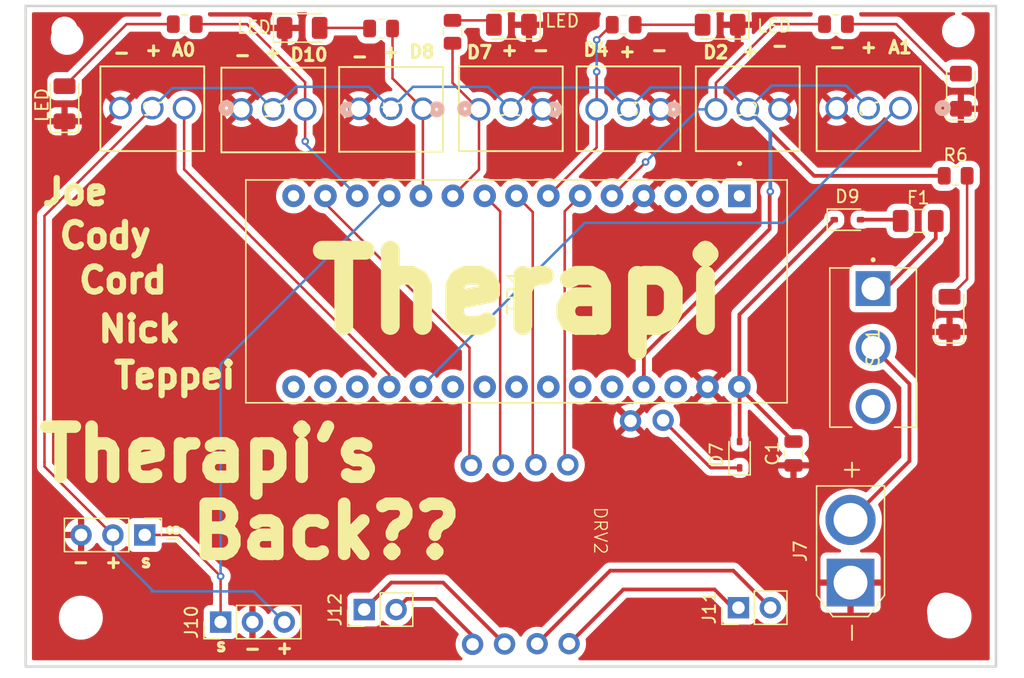
<source format=kicad_pcb>
(kicad_pcb (version 20240108) (generator "pcbnew") (generator_version "8.0")
  (layers (0 "F.Cu" signal) (31 "B.Cu" signal) (34 "B.Paste" user) (35 "F.Paste" user) (36 "B.SilkS" user "B.Silkscreen") (37 "F.SilkS" user "F.Silkscreen") (38 "B.Mask" user) (39 "F.Mask" user) (44 "Edge.Cuts" user))
  (net 0 "")
  (net 1 "+12V")
  (net 2 "GND")
  (net 3 "Net-(D1-A)")
  (net 4 "Net-(D2-A)")
  (net 5 "Net-(D3-A)")
  (net 6 "Net-(D4-A)")
  (net 7 "Net-(D5-A)")
  (net 8 "Net-(D6-A)")
  (net 9 "Net-(D7-K)")
  (net 10 "Net-(SW1A-A)")
  (net 11 "S3")
  (net 12 "+5V")
  (net 13 "S1")
  (net 14 "S2")
  (net 15 "S4")
  (net 16 "S5")
  (net 17 "+3.3V")
  (net 18 "LN1")
  (net 19 "ST")
  (net 20 "LN2")
  (net 21 "Net-(DRV2-OUTB1)")
  (net 22 "Net-(DRV2-OUTA1)")
  (net 23 "Net-(DRV2-OUTA2)")
  (net 27 "MOTOR2B")
  (net 34 "MOTOR1B")
  (net 35 "MOTOR1A")
  (net 38 "MOTOR2A")
  (net 42 "Net-(DRV2-OUTB2)")
  (net 43 "Net-(J7-Pin_2)")
  (net 44 "Net-(D9-A)")
  (footprint "Connector_PinHeader_2.54mm:PinHeader_1x02_P2.54mm_Vertical" (layer "F.Cu") (at 182.01 127.45 90)
    (property "Reference" "J12" (at 0 -2.33 90) (layer "F.SilkS"))
    (property "Value" "Motor1")
    (fp_line (start -1.33 -1.33) (end 0 -1.33) (stroke (width 0.12)) (layer "F.SilkS"))
    (fp_line (start -1.33 0) (end -1.33 -1.33) (stroke (width 0.12)) (layer "F.SilkS"))
    (fp_line (start 1.33 1.27) (end 1.33 3.87) (stroke (width 0.12)) (layer "F.SilkS"))
    (fp_line (start -1.33 1.27) (end 1.33 1.27) (stroke (width 0.12)) (layer "F.SilkS"))
    (fp_line (start -1.33 1.27) (end -1.33 3.87) (stroke (width 0.12)) (layer "F.SilkS"))
    (fp_line (start -1.33 3.87) (end 1.33 3.87) (stroke (width 0.12)) (layer "F.SilkS"))
    (pad "1" thru_hole rect (at 0 0 90) (size 1.7 1.7) (drill 1) (layers "*.Cu" "*.Mask") (net 22 "Net-(DRV2-OUTA1)"))
    (pad "2" thru_hole oval (at 0 2.54 90) (size 1.7 1.7) (drill 1) (layers "*.Cu" "*.Mask") (net 23 "Net-(DRV2-OUTA2)"))
  )
  (footprint "MountingHole:MountingHole_2.1mm" (layer "F.Cu") (at 158.1 81.2)
    (property "Reference" "H1" (hide yes))
    (property "Value" "MountingHole")
    (pad "" np_thru_hole circle (at 0 0) (size 2.1 2.1) (drill 2.1) (layers "*.Cu" "*.Mask"))
  )
  (footprint "joesfo:SWitcch" (layer "F.Cu") (at 222.6 106.55 -90)
    (property "Reference" "SW1" (at 0 0 90) (layer "F.SilkS"))
    (property "Value" "SW_DPDT_x2")
    (fp_line (start -6.35 3.4544) (end -6.35 1.7075) (stroke (width 0.127)) (layer "F.SilkS"))
    (fp_line (start 6.35 3.4544) (end -6.35 3.4544) (stroke (width 0.127)) (layer "F.SilkS"))
    (fp_line (start 6.35 3.4544) (end 6.35 1.7075) (stroke (width 0.127)) (layer "F.SilkS"))
    (fp_line (start -6.35 -1.7075) (end -6.35 -3.4544) (stroke (width 0.127)) (layer "F.SilkS"))
    (fp_line (start -6.35 -3.4544) (end 6.35 -3.4544) (stroke (width 0.127)) (layer "F.SilkS"))
    (fp_line (start 6.35 -3.4544) (end 6.35 -1.7075) (stroke (width 0.127)) (layer "F.SilkS"))
    (fp_circle (center -7 0) (end -6.9 0) (stroke (width 0.2)) (fill none) (layer "F.SilkS"))
    (pad "1" thru_hole rect (at -4.7 0 270) (size 2.775 2.775) (drill 1.85) (layers "*.Cu" "*.Mask") (net 10 "Net-(SW1A-A)"))
    (pad "2" thru_hole circle (at 0 0 270) (size 2.775 2.775) (drill 1.85) (layers "*.Cu" "*.Mask") (net 43 "Net-(J7-Pin_2)"))
    (pad "3" thru_hole circle (at 4.7 0 270) (size 2.775 2.775) (drill 1.85) (layers "*.Cu" "*.Mask"))
  )
  (footprint "Connector_AMASS:AMASS_XT30U-F_1x02_P5.0mm_Vertical" (layer "F.Cu") (at 220.8 125.3 90)
    (property "Reference" "J7" (at 2.5 -4 90) (layer "F.SilkS"))
    (property "Value" "xt30" (hide yes))
    (fp_line (start 7.71 -2.71) (end 7.71 2.71) (stroke (width 0.12)) (layer "F.SilkS"))
    (fp_line (start -1.01 -2.71) (end 7.71 -2.71) (stroke (width 0.12)) (layer "F.SilkS"))
    (fp_line (start -2.71 -1.41) (end -1.01 -2.71) (stroke (width 0.12)) (layer "F.SilkS"))
    (fp_line (start -2.71 -1.41) (end -2.71 1.41) (stroke (width 0.12)) (layer "F.SilkS"))
    (fp_line (start -2.71 1.41) (end -1.01 2.71) (stroke (width 0.12)) (layer "F.SilkS"))
    (fp_line (start -1.01 2.71) (end 7.71 2.71) (stroke (width 0.12)) (layer "F.SilkS"))
    (fp_text user "-" (at -4 0 90) (layer "F.SilkS") (effects (font (size 1.5 1.5))))
    (fp_text user "+" (at 9 0 90) (layer "F.SilkS") (effects (font (size 1.5 1.5))))
    (pad "1" thru_hole rect (at 0 0 90) (size 3.8 3.8) (drill 2.7) (layers "*.Cu" "*.Mask") (net 2 "GND"))
    (pad "2" thru_hole circle (at 5 0 90) (size 4 4) (drill 2.7) (layers "*.Cu" "*.Mask") (net 43 "Net-(J7-Pin_2)"))
  )
  (footprint "Diode_SMD:D_SOD-323" (layer "F.Cu") (at 220.55 96.35)
    (property "Reference" "D9" (at 0 -1.85 0) (layer "F.SilkS"))
    (property "Value" "D")
    (fp_line (start -1.61 -0.85) (end -1.61 0.85) (stroke (width 0.12)) (layer "F.SilkS"))
    (fp_line (start -1.61 -0.85) (end 1.05 -0.85) (stroke (width 0.12)) (layer "F.SilkS"))
    (fp_line (start -1.61 0.85) (end 1.05 0.85) (stroke (width 0.12)) (layer "F.SilkS"))
    (pad "1" smd roundrect (at -1.05 0) (size 0.6 0.45) (layers "F.Cu" "F.Paste" "F.Mask") (net 1 "+12V"))
    (pad "2" smd roundrect (at 1.05 0) (size 0.6 0.45) (layers "F.Cu" "F.Paste" "F.Mask") (net 44 "Net-(D9-A)"))
  )
  (footprint "Resistor_SMD:R_0805_2012Metric" (layer "F.Cu") (at 219.6375 80.75)
    (property "Reference" "R1" (hide yes))
    (property "Value" "180")
    (fp_line (start -0.227064 -0.735) (end 0.227064 -0.735) (stroke (width 0.12)) (layer "F.SilkS"))
    (fp_line (start -0.227064 0.735) (end 0.227064 0.735) (stroke (width 0.12)) (layer "F.SilkS"))
    (pad "1" smd roundrect (at -0.9125 0) (size 1.025 1.4) (layers "F.Cu" "F.Paste" "F.Mask") (roundrect_rratio 0.243902) (net 13 "S1"))
    (pad "2" smd roundrect (at 0.9125 0) (size 1.025 1.4) (layers "F.Cu" "F.Paste" "F.Mask") (roundrect_rratio 0.243902) (net 3 "Net-(D1-A)"))
  )
  (footprint "Resistor_SMD:R_0805_2012Metric" (layer "F.Cu") (at 229.1875 92.85)
    (property "Reference" "R6" (at 0 -1.65 0) (layer "F.SilkS"))
    (property "Value" "180")
    (fp_line (start -0.227064 -0.735) (end 0.227064 -0.735) (stroke (width 0.12)) (layer "F.SilkS"))
    (fp_line (start -0.227064 0.735) (end 0.227064 0.735) (stroke (width 0.12)) (layer "F.SilkS"))
    (pad "1" smd roundrect (at -0.9125 0) (size 1.025 1.4) (layers "F.Cu" "F.Paste" "F.Mask") (roundrect_rratio 0.243902) (net 12 "+5V"))
    (pad "2" smd roundrect (at 0.9125 0) (size 1.025 1.4) (layers "F.Cu" "F.Paste" "F.Mask") (roundrect_rratio 0.243902) (net 8 "Net-(D6-A)"))
  )
  (footprint "Capacitor_SMD:C_0805_2012Metric" (layer "F.Cu") (at 216.25 115 90)
    (property "Reference" "C1" (at 0 -1.68 90) (layer "F.SilkS"))
    (property "Value" "C")
    (fp_line (start -0.261252 -0.735) (end 0.261252 -0.735) (stroke (width 0.12)) (layer "F.SilkS"))
    (fp_line (start -0.261252 0.735) (end 0.261252 0.735) (stroke (width 0.12)) (layer "F.SilkS"))
    (pad "1" smd roundrect (at -0.95 0 90) (size 1 1.45) (layers "F.Cu" "F.Paste" "F.Mask") (net 2 "GND"))
    (pad "2" smd roundrect (at 0.95 0 90) (size 1 1.45) (layers "F.Cu" "F.Paste" "F.Mask") (net 1 "+12V"))
  )
  (footprint "Fuse:Fuse_1206_3216Metric" (layer "F.Cu") (at 226.2 96.45 180)
    (property "Reference" "F1" (at 0 1.85 0) (layer "F.SilkS"))
    (property "Value" "Fuse" (hide yes))
    (fp_line (start -0.602064 0.91) (end 0.602064 0.91) (stroke (width 0.12)) (layer "F.SilkS"))
    (fp_line (start -0.602064 -0.91) (end 0.602064 -0.91) (stroke (width 0.12)) (layer "F.SilkS"))
    (pad "1" smd roundrect (at -1.4 0 180) (size 1.25 1.75) (layers "F.Cu" "F.Paste" "F.Mask") (roundrect_rratio 0.2) (net 10 "Net-(SW1A-A)"))
    (pad "2" smd roundrect (at 1.4 0 180) (size 1.25 1.75) (layers "F.Cu" "F.Paste" "F.Mask") (roundrect_rratio 0.2) (net 44 "Net-(D9-A)"))
  )
  (footprint "Resistor_SMD:R_0805_2012Metric" (layer "F.Cu") (at 189.05 81.3625 90)
    (property "Reference" "R3" (hide yes))
    (property "Value" "180")
    (fp_line (start -0.227064 -0.735) (end 0.227064 -0.735) (stroke (width 0.12)) (layer "F.SilkS"))
    (fp_line (start -0.227064 0.735) (end 0.227064 0.735) (stroke (width 0.12)) (layer "F.SilkS"))
    (pad "1" smd roundrect (at -0.9125 0 90) (size 1.025 1.4) (layers "F.Cu" "F.Paste" "F.Mask") (roundrect_rratio 0.243902) (net 11 "S3"))
    (pad "2" smd roundrect (at 0.9125 0 90) (size 1.025 1.4) (layers "F.Cu" "F.Paste" "F.Mask") (roundrect_rratio 0.243902) (net 5 "Net-(D3-A)"))
  )
  (footprint "joesfo:Screw" (layer "F.Cu") (at 191.16 87.55)
    (property "Reference" "J1" (at 2.54 0 0) (layer "F.SilkS"))
    (property "Value" "Screw3")
    (fp_circle (center -3.3782 0) (end -2.9972 0) (stroke (width 0.508)) (fill none) (layer "B.SilkS"))
    (fp_line (start -1.6002 -3.427001) (end -1.6002 3.329399) (stroke (width 0.1524)) (layer "F.SilkS"))
    (fp_line (start -1.6002 3.329399) (end 6.6802 3.329399) (stroke (width 0.1524)) (layer "F.SilkS"))
    (fp_line (start 6.6802 -3.427001) (end -1.6002 -3.427001) (stroke (width 0.1524)) (layer "F.SilkS"))
    (fp_line (start 6.6802 3.329399) (end 6.6802 -3.427001) (stroke (width 0.1524)) (layer "F.SilkS"))
    (fp_circle (center -3.3782 0) (end -2.9972 0) (stroke (width 0.508)) (fill none) (layer "F.SilkS"))
    (pad "1" thru_hole circle (at 0 0) (size 1.8034 1.8034) (drill 1.2954) (layers "*.Cu" "*.Mask") (net 11 "S3"))
    (pad "2" thru_hole circle (at 2.54 0) (size 1.8034 1.8034) (drill 1.2954) (layers "*.Cu" "*.Mask") (net 12 "+5V"))
    (pad "3" thru_hole circle (at 5.08 0) (size 1.8034 1.8034) (drill 1.2954) (layers "*.Cu" "*.Mask") (net 2 "GND"))
  )
  (footprint "MountingHole:MountingHole_3mm" (layer "F.Cu") (at 159.4 128.1)
    (property "Reference" "H3" (hide yes))
    (property "Value" "MountingHole")
    (pad "" np_thru_hole circle (at 0 0) (size 3 3) (drill 3) (layers "*.Cu" "*.Mask"))
  )
  (footprint "Resistor_SMD:R_0805_2012Metric" (layer "F.Cu") (at 202.7024 80.8)
    (property "Reference" "R2" (hide yes))
    (property "Value" "180")
    (fp_line (start -0.227064 -0.735) (end 0.227064 -0.735) (stroke (width 0.12)) (layer "F.SilkS"))
    (fp_line (start -0.227064 0.735) (end 0.227064 0.735) (stroke (width 0.12)) (layer "F.SilkS"))
    (pad "1" smd roundrect (at -0.9125 0) (size 1.025 1.4) (layers "F.Cu" "F.Paste" "F.Mask") (roundrect_rratio 0.243902) (net 14 "S2"))
    (pad "2" smd roundrect (at 0.9125 0) (size 1.025 1.4) (layers "F.Cu" "F.Paste" "F.Mask") (roundrect_rratio 0.243902) (net 4 "Net-(D2-A)"))
  )
  (footprint "joesfo:Screw" (layer "F.Cu") (at 177.29 87.55 180)
    (property "Reference" "J5" (at 2.54 0 180) (layer "F.SilkS"))
    (property "Value" "Screw3")
    (fp_circle (center -3.3782 0) (end -2.9972 0) (stroke (width 0.508)) (fill none) (layer "B.SilkS"))
    (fp_line (start 6.6802 3.329399) (end 6.6802 -3.427001) (stroke (width 0.1524)) (layer "F.SilkS"))
    (fp_line (start 6.6802 -3.427001) (end -1.6002 -3.427001) (stroke (width 0.1524)) (layer "F.SilkS"))
    (fp_line (start -1.6002 3.329399) (end 6.6802 3.329399) (stroke (width 0.1524)) (layer "F.SilkS"))
    (fp_line (start -1.6002 -3.427001) (end -1.6002 3.329399) (stroke (width 0.1524)) (layer "F.SilkS"))
    (fp_circle (center -3.3782 0) (end -2.9972 0) (stroke (width 0.508)) (fill none) (layer "F.SilkS"))
    (pad "1" thru_hole circle (at 0 0 180) (size 1.8034 1.8034) (drill 1.2954) (layers "*.Cu" "*.Mask") (net 16 "S5"))
    (pad "2" thru_hole circle (at 2.54 0 180) (size 1.8034 1.8034) (drill 1.2954) (layers "*.Cu" "*.Mask") (net 12 "+5V"))
    (pad "3" thru_hole circle (at 5.08 0 180) (size 1.8034 1.8034) (drill 1.2954) (layers "*.Cu" "*.Mask") (net 2 "GND"))
  )
  (footprint "Resistor_SMD:R_0805_2012Metric" (layer "F.Cu") (at 167.6875 80.75 180)
    (property "Reference" "R5" (hide yes))
    (property "Value" "180")
    (fp_line (start -0.227064 0.735) (end 0.227064 0.735) (stroke (width 0.12)) (layer "F.SilkS"))
    (fp_line (start -0.227064 -0.735) (end 0.227064 -0.735) (stroke (width 0.12)) (layer "F.SilkS"))
    (pad "1" smd roundrect (at -0.9125 0 180) (size 1.025 1.4) (layers "F.Cu" "F.Paste" "F.Mask") (roundrect_rratio 0.243902) (net 16 "S5"))
    (pad "2" smd roundrect (at 0.9125 0 180) (size 1.025 1.4) (layers "F.Cu" "F.Paste" "F.Mask") (roundrect_rratio 0.243902) (net 7 "Net-(D5-A)"))
  )
  (footprint "joesfo:Screw" (layer "F.Cu") (at 186.6851 87.501199 180)
    (property "Reference" "J4" (at 2.54 0 180) (layer "F.SilkS"))
    (property "Value" "Screw3")
    (fp_circle (center -3.3782 0) (end -2.9972 0) (stroke (width 0.508)) (fill none) (layer "B.SilkS"))
    (fp_line (start 6.6802 3.329399) (end 6.6802 -3.427001) (stroke (width 0.1524)) (layer "F.SilkS"))
    (fp_line (start 6.6802 -3.427001) (end -1.6002 -3.427001) (stroke (width 0.1524)) (layer "F.SilkS"))
    (fp_line (start -1.6002 3.329399) (end 6.6802 3.329399) (stroke (width 0.1524)) (layer "F.SilkS"))
    (fp_line (start -1.6002 -3.427001) (end -1.6002 3.329399) (stroke (width 0.1524)) (layer "F.SilkS"))
    (fp_circle (center -3.3782 0) (end -2.9972 0) (stroke (width 0.508)) (fill none) (layer "F.SilkS"))
    (pad "1" thru_hole circle (at 0 0 180) (size 1.8034 1.8034) (drill 1.2954) (layers "*.Cu" "*.Mask") (net 15 "S4"))
    (pad "2" thru_hole circle (at 2.54 0 180) (size 1.8034 1.8034) (drill 1.2954) (layers "*.Cu" "*.Mask") (net 12 "+5V"))
    (pad "3" thru_hole circle (at 5.08 0 180) (size 1.8034 1.8034) (drill 1.2954) (layers "*.Cu" "*.Mask") (net 2 "GND"))
  )
  (footprint "joesfo:Screw" (layer "F.Cu") (at 200.55 87.55)
    (property "Reference" "J3" (at 2.54 0 0) (layer "F.SilkS"))
    (property "Value" "Screw3")
    (fp_circle (center -3.3782 0) (end -2.9972 0) (stroke (width 0.508)) (fill none) (layer "B.SilkS"))
    (fp_line (start -1.6002 -3.427001) (end -1.6002 3.329399) (stroke (width 0.1524)) (layer "F.SilkS"))
    (fp_line (start -1.6002 3.329399) (end 6.6802 3.329399) (stroke (width 0.1524)) (layer "F.SilkS"))
    (fp_line (start 6.6802 -3.427001) (end -1.6002 -3.427001) (stroke (width 0.1524)) (layer "F.SilkS"))
    (fp_line (start 6.6802 3.329399) (end 6.6802 -3.427001) (stroke (width 0.1524)) (layer "F.SilkS"))
    (fp_circle (center -3.3782 0) (end -2.9972 0) (stroke (width 0.508)) (fill none) (layer "F.SilkS"))
    (pad "1" thru_hole circle (at 0 0) (size 1.8034 1.8034) (drill 1.2954) (layers "*.Cu" "*.Mask") (net 14 "S2"))
    (pad "2" thru_hole circle (at 2.54 0) (size 1.8034 1.8034) (drill 1.2954) (layers "*.Cu" "*.Mask") (net 12 "+5V"))
    (pad "3" thru_hole circle (at 5.08 0) (size 1.8034 1.8034) (drill 1.2954) (layers "*.Cu" "*.Mask") (net 2 "GND"))
  )
  (footprint "LED_SMD:LED_1206_3216Metric" (layer "F.Cu") (at 229.6 86.1 90)
    (property "Reference" "D1" (hide yes))
    (property "Value" "LED" (hide yes))
    (fp_line (start 1.6 -1.135) (end -2.285 -1.135) (stroke (width 0.12)) (layer "F.SilkS"))
    (fp_line (start -2.285 -1.135) (end -2.285 1.135) (stroke (width 0.12)) (layer "F.SilkS"))
    (fp_line (start -2.285 1.135) (end 1.6 1.135) (stroke (width 0.12)) (layer "F.SilkS"))
    (pad "1" smd roundrect (at -1.4 0 90) (size 1.25 1.75) (layers "F.Cu" "F.Paste" "F.Mask") (roundrect_rratio 0.2) (net 2 "GND"))
    (pad "2" smd roundrect (at 1.4 0 90) (size 1.25 1.75) (layers "F.Cu" "F.Paste" "F.Mask") (roundrect_rratio 0.2) (net 3 "Net-(D1-A)"))
  )
  (footprint "Connector_PinHeader_2.54mm:PinHeader_1x02_P2.54mm_Vertical" (layer "F.Cu") (at 211.86 127.3 90)
    (property "Reference" "J11" (at 0 -2.33 90) (layer "F.SilkS"))
    (property "Value" "Motor2")
    (fp_line (start -1.33 -1.33) (end 0 -1.33) (stroke (width 0.12)) (layer "F.SilkS"))
    (fp_line (start -1.33 0) (end -1.33 -1.33) (stroke (width 0.12)) (layer "F.SilkS"))
    (fp_line (start 1.33 1.27) (end 1.33 3.87) (stroke (width 0.12)) (layer "F.SilkS"))
    (fp_line (start -1.33 1.27) (end 1.33 1.27) (stroke (width 0.12)) (layer "F.SilkS"))
    (fp_line (start -1.33 1.27) (end -1.33 3.87) (stroke (width 0.12)) (layer "F.SilkS"))
    (fp_line (start -1.33 3.87) (end 1.33 3.87) (stroke (width 0.12)) (layer "F.SilkS"))
    (pad "1" thru_hole rect (at 0 0 90) (size 1.7 1.7) (drill 1) (layers "*.Cu" "*.Mask") (net 21 "Net-(DRV2-OUTB1)"))
    (pad "2" thru_hole oval (at 0 2.54 90) (size 1.7 1.7) (drill 1) (layers "*.Cu" "*.Mask") (net 42 "Net-(DRV2-OUTB2)"))
  )
  (footprint "joesfo:UltimateMotorDriver" (layer "F.Cu") (at 200.35 121.15 -90)
    (property "Reference" "DRV2" (at 0 -0.5 -90) (layer "F.SilkS") (effects (font (thickness 0.1))))
    (property "Value" "~" (hide yes))
    (pad "1" thru_hole circle (at -8.8 -5.5 270) (size 1.7 1.7) (drill 1) (layers "*.Cu" "*.Mask") (net 9 "Net-(D7-K)"))
    (pad "2" thru_hole circle (at -8.75 -2.9 270) (size 1.7 1.7) (drill 1) (layers "*.Cu" "*.Mask") (net 2 "GND"))
    (pad "3" thru_hole circle (at -5.25 2.1 270) (size 1.7 1.7) (drill 1) (layers "*.Cu" "*.Mask") (net 35 "MOTOR1A"))
    (pad "4" thru_hole circle (at -5.25 4.65 270) (size 1.7 1.7) (drill 1) (layers "*.Cu" "*.Mask" "Dwgs.User") (net 34 "MOTOR1B"))
    (pad "5" thru_hole circle (at -5.225 7.25 270) (size 1.7 1.7) (drill 1) (layers "*.Cu" "*.Mask") (net 38 "MOTOR2A"))
    (pad "6" thru_hole circle (at -5.2 9.8 270) (size 1.7 1.7) (drill 1) (layers "*.Cu" "F.Mask") (net 27 "MOTOR2B"))
    (pad "7" thru_hole circle (at 9.025 2 270) (size 1.7 1.7) (drill 1) (layers "*.Cu" "*.Mask") (net 21 "Net-(DRV2-OUTB1)"))
    (pad "8" thru_hole circle (at 9.025 4.55 270) (size 1.7 1.7) (drill 1) (layers "*.Cu" "*.Mask") (net 42 "Net-(DRV2-OUTB2)"))
    (pad "9" thru_hole circle (at 9.05 7.15 270) (size 1.7 1.7) (drill 1) (layers "*.Cu" "*.Mask") (net 22 "Net-(DRV2-OUTA1)"))
    (pad "10" thru_hole circle (at 9.075 9.7 270) (size 1.7 1.7) (drill 1) (layers "*.Cu" "*.Mask") (net 23 "Net-(DRV2-OUTA2)"))
  )
  (footprint "LED_SMD:LED_1206_3216Metric" (layer "F.Cu") (at 177.05 81.05)
    (property "Reference" "D4" (hide yes))
    (property "Value" "LED" (hide yes))
    (fp_line (start -2.285 -1.135) (end -2.285 1.135) (stroke (width 0.12)) (layer "F.SilkS"))
    (fp_line (start -2.285 1.135) (end 1.6 1.135) (stroke (width 0.12)) (layer "F.SilkS"))
    (fp_line (start 1.6 -1.135) (end -2.285 -1.135) (stroke (width 0.12)) (layer "F.SilkS"))
    (pad "1" smd roundrect (at -1.4 0) (size 1.25 1.75) (layers "F.Cu" "F.Paste" "F.Mask") (roundrect_rratio 0.2) (net 2 "GND"))
    (pad "2" smd roundrect (at 1.4 0) (size 1.25 1.75) (layers "F.Cu" "F.Paste" "F.Mask") (roundrect_rratio 0.2) (net 6 "Net-(D4-A)"))
  )
  (footprint "Connector_PinHeader_2.54mm:PinHeader_1x03_P2.54mm_Vertical" (layer "F.Cu") (at 164.5 121.5 -90)
    (property "Reference" "J8" (at 0 -2.33 90) (layer "F.SilkS"))
    (property "Value" "Conn_01x03_Pin" (hide yes))
    (fp_line (start -1.33 6.41) (end 1.33 6.41) (stroke (width 0.12)) (layer "F.SilkS"))
    (fp_line (start -1.33 1.27) (end -1.33 6.41) (stroke (width 0.12)) (layer "F.SilkS"))
    (fp_line (start -1.33 1.27) (end 1.33 1.27) (stroke (width 0.12)) (layer "F.SilkS"))
    (fp_line (start 1.33 1.27) (end 1.33 6.41) (stroke (width 0.12)) (layer "F.SilkS"))
    (fp_line (start -1.33 0) (end -1.33 -1.33) (stroke (width 0.12)) (layer "F.SilkS"))
    (fp_line (start -1.33 -1.33) (end 0 -1.33) (stroke (width 0.12)) (layer "F.SilkS"))
    (pad "1" thru_hole rect (at 0 0 270) (size 1.7 1.7) (drill 1) (layers "*.Cu" "*.Mask") (net 19 "ST"))
    (pad "2" thru_hole oval (at 0 2.54 270) (size 1.7 1.7) (drill 1) (layers "*.Cu" "*.Mask") (net 12 "+5V"))
    (pad "3" thru_hole oval (at 0 5.08 270) (size 1.7 1.7) (drill 1) (layers "*.Cu" "*.Mask") (net 2 "GND"))
  )
  (footprint "LED_SMD:LED_1206_3216Metric" (layer "F.Cu") (at 193.75 80.8 180)
    (property "Reference" "D3" (hide yes))
    (property "Value" "LED" (hide yes))
    (fp_line (start 1.6 -1.135) (end -2.285 -1.135) (stroke (width 0.12)) (layer "F.SilkS"))
    (fp_line (start -2.285 1.135) (end 1.6 1.135) (stroke (width 0.12)) (layer "F.SilkS"))
    (fp_line (start -2.285 -1.135) (end -2.285 1.135) (stroke (width 0.12)) (layer "F.SilkS"))
    (pad "1" smd roundrect (at -1.4 0 180) (size 1.25 1.75) (layers "F.Cu" "F.Paste" "F.Mask") (roundrect_rratio 0.2) (net 2 "GND"))
    (pad "2" smd roundrect (at 1.4 0 180) (size 1.25 1.75) (layers "F.Cu" "F.Paste" "F.Mask") (roundrect_rratio 0.2) (net 5 "Net-(D3-A)"))
  )
  (footprint "joesfo:Screw" (layer "F.Cu") (at 224.78 87.45 180)
    (property "Reference" "J9" (at 2.54 0 180) (layer "F.SilkS"))
    (property "Value" "Screw3")
    (fp_circle (center -3.3782 0) (end -2.9972 0) (stroke (width 0.508)) (fill none) (layer "B.SilkS"))
    (fp_line (start 6.6802 3.329399) (end 6.6802 -3.427001) (stroke (width 0.1524)) (layer "F.SilkS"))
    (fp_line (start 6.6802 -3.427001) (end -1.6002 -3.427001) (stroke (width 0.1524)) (layer "F.SilkS"))
    (fp_line (start -1.6002 3.329399) (end 6.6802 3.329399) (stroke (width 0.1524)) (layer "F.SilkS"))
    (fp_line (start -1.6002 -3.427001) (end -1.6002 3.329399) (stroke (width 0.1524)) (layer "F.SilkS"))
    (fp_circle (center -3.3782 0) (end -2.9972 0) (stroke (width 0.508)) (fill none) (layer "F.SilkS"))
    (pad "1" thru_hole circle (at 0 0 180) (size 1.8034 1.8034) (drill 1.2954) (layers "*.Cu" "*.Mask") (net 20 "LN2"))
    (pad "2" thru_hole circle (at 2.54 0 180) (size 1.8034 1.8034) (drill 1.2954) (layers "*.Cu" "*.Mask") (net 12 "+5V"))
    (pad "3" thru_hole circle (at 5.08 0 180) (size 1.8034 1.8034) (drill 1.2954) (layers "*.Cu" "*.Mask") (net 2 "GND"))
  )
  (footprint "joesfo:Screw" (layer "F.Cu") (at 210.06 87.55)
    (property "Reference" "J2" (at 2.54 0 0) (layer "F.SilkS"))
    (property "Value" "Screw3")
    (fp_circle (center -3.3782 0) (end -2.9972 0) (stroke (width 0.508)) (fill none) (layer "B.SilkS"))
    (fp_line (start -1.6002 -3.427001) (end -1.6002 3.329399) (stroke (width 0.1524)) (layer "F.SilkS"))
    (fp_line (start -1.6002 3.329399) (end 6.6802 3.329399) (stroke (width 0.1524)) (layer "F.SilkS"))
    (fp_line (start 6.6802 -3.427001) (end -1.6002 -3.427001) (stroke (width 0.1524)) (layer "F.SilkS"))
    (fp_line (start 6.6802 3.329399) (end 6.6802 -3.427001) (stroke (width 0.1524)) (layer "F.SilkS"))
    (fp_circle (center -3.3782 0) (end -2.9972 0) (stroke (width 0.508)) (fill none) (layer "F.SilkS"))
    (pad "1" thru_hole circle (at 0 0) (size 1.8034 1.8034) (drill 1.2954) (layers "*.Cu" "*.Mask") (net 13 "S1"))
    (pad "2" thru_hole circle (at 2.54 0) (size 1.8034 1.8034) (drill 1.2954) (layers "*.Cu" "*.Mask") (net 12 "+5V"))
    (pad "3" thru_hole circle (at 5.08 0) (size 1.8034 1.8034) (drill 1.2954) (layers "*.Cu" "*.Mask") (net 2 "GND"))
  )
  (footprint "LED_SMD:LED_1206_3216Metric" (layer "F.Cu") (at 228.7 103.9 90)
    (property "Reference" "D6" (hide yes))
    (property "Value" "LED" (hide yes))
    (fp_line (start 1.6 -1.135) (end -2.285 -1.135) (stroke (width 0.12)) (layer "F.SilkS"))
    (fp_line (start -2.285 -1.135) (end -2.285 1.135) (stroke (width 0.12)) (layer "F.SilkS"))
    (fp_line (start -2.285 1.135) (end 1.6 1.135) (stroke (width 0.12)) (layer "F.SilkS"))
    (pad "1" smd roundrect (at -1.4 0 90) (size 1.25 1.75) (layers "F.Cu" "F.Paste" "F.Mask") (roundrect_rratio 0.2) (net 2 "GND"))
    (pad "2" smd roundrect (at 1.4 0 90) (size 1.25 1.75) (layers "F.Cu" "F.Paste" "F.Mask") (roundrect_rratio 0.2) (net 8 "Net-(D6-A)"))
  )
  (footprint "MountingHole:MountingHole_2.1mm" (layer "F.Cu") (at 229.5 81.3)
    (property "Reference" "H2" (hide yes))
    (property "Value" "MountingHole")
    (pad "" np_thru_hole circle (at 0 0) (size 2.1 2.1) (drill 2.1) (layers "*.Cu" "*.Mask"))
  )
  (footprint "LED_SMD:LED_1206_3216Metric" (layer "F.Cu") (at 210.4 80.8 180)
    (property "Reference" "D2" (hide yes))
    (property "Value" "LED" (hide yes))
    (fp_line (start 1.6 -1.135) (end -2.285 -1.135) (stroke (width 0.12)) (layer "F.SilkS"))
    (fp_line (start -2.285 1.135) (end 1.6 1.135) (stroke (width 0.12)) (layer "F.SilkS"))
    (fp_line (start -2.285 -1.135) (end -2.285 1.135) (stroke (width 0.12)) (layer "F.SilkS"))
    (pad "1" smd roundrect (at -1.4 0 180) (size 1.25 1.75) (layers "F.Cu" "F.Paste" "F.Mask") (roundrect_rratio 0.2) (net 2 "GND"))
    (pad "2" smd roundrect (at 1.4 0 180) (size 1.25 1.75) (layers "F.Cu" "F.Paste" "F.Mask") (roundrect_rratio 0.2) (net 4 "Net-(D2-A)"))
  )
  (footprint "joesfo:Screw" (layer "F.Cu") (at 167.64 87.45 180)
    (property "Reference" "J6" (at 2.54 0 180) (layer "F.SilkS"))
    (property "Value" "Screw3")
    (fp_circle (center -3.3782 0) (end -2.9972 0) (stroke (width 0.508)) (fill none) (layer "B.SilkS"))
    (fp_line (start 6.6802 3.329399) (end 6.6802 -3.427001) (stroke (width 0.1524)) (layer "F.SilkS"))
    (fp_line (start 6.6802 -3.427001) (end -1.6002 -3.427001) (stroke (width 0.1524)) (layer "F.SilkS"))
    (fp_line (start -1.6002 3.329399) (end 6.6802 3.329399) (stroke (width 0.1524)) (layer "F.SilkS"))
    (fp_line (start -1.6002 -3.427001) (end -1.6002 3.329399) (stroke (width 0.1524)) (layer "F.SilkS"))
    (fp_circle (center -3.3782 0) (end -2.9972 0) (stroke (width 0.508)) (fill none) (layer "F.SilkS"))
    (pad "1" thru_hole circle (at 0 0 180) (size 1.8034 1.8034) (drill 1.2954) (layers "*.Cu" "*.Mask") (net 18 "LN1"))
    (pad "2" thru_hole circle (at 2.54 0 180) (size 1.8034 1.8034) (drill 1.2954) (layers "*.Cu" "*.Mask") (net 12 "+5V"))
    (pad "3" thru_hole circle (at 5.08 0 180) (size 1.8034 1.8034) (drill 1.2954) (layers "*.Cu" "*.Mask") (net 2 "GND"))
  )
  (footprint "MountingHole:MountingHole_3mm" (layer "F.Cu") (at 228.4 127.6)
    (property "Reference" "H4" (hide yes))
    (property "Value" "MountingHole")
    (pad "" np_thru_hole circle (at 0 0) (size 3 3) (drill 3) (layers "*.Cu" "*.Mask"))
  )
  (footprint "joesfo:nano[1]" (layer "F.Cu") (at 194.1525 102.0675 -90)
    (property "Reference" "TB1" (at 0 0 90) (layer "F.SilkS") (effects (font (size 1.4 1.4))))
    (property "Value" "ARDUINO_NANO" (hide yes))
    (fp_line (start -8.89 21.59) (end -8.89 -21.59) (stroke (width 0.127)) (layer "F.SilkS"))
    (fp_line (start 8.89 21.59) (end -8.89 21.59) (stroke (width 0.127)) (layer "F.SilkS"))
    (fp_line (start -8.89 -21.59) (end 8.89 -21.59) (stroke (width 0.127)) (layer "F.SilkS"))
    (fp_line (start 8.89 -21.59) (end 8.89 21.59) (stroke (width 0.127)) (layer "F.SilkS"))
    (fp_circle (center -10.2 -17.8) (end -10.1 -17.8) (stroke (width 0.2)) (fill none) (layer "F.SilkS"))
    (pad "1" thru_hole rect (at -7.62 -17.78 270) (size 1.8 1.8) (drill 0.9) (layers "*.Cu" "*.Mask"))
    (pad "2" thru_hole circle (at -7.62 -15.24 270) (size 1.8 1.8) (drill 0.9) (layers "*.Cu" "*.Mask"))
    (pad "3" thru_hole circle (at -7.62 -12.7 270) (size 1.8 1.8) (drill 0.9) (layers "*.Cu" "*.Mask"))
    (pad "4" thru_hole circle (at -7.62 -10.16 270) (size 1.8 1.8) (drill 0.9) (layers "*.Cu" "*.Mask") (net 2 "GND"))
    (pad "5" thru_hole circle (at -7.62 -7.62 270) (size 1.8 1.8) (drill 0.9) (layers "*.Cu" "*.Mask") (net 13 "S1"))
    (pad "6" thru_hole circle (at -7.62 -5.08 270) (size 1.8 1.8) (drill 0.9) (layers "*.Cu" "*.Mask") (net 35 "MOTOR1A"))
    (pad "7" thru_hole circle (at -7.62 -2.54 270) (size 1.8 1.8) (drill 0.9) (layers "*.Cu" "*.Mask") (net 14 "S2"))
    (pad "8" thru_hole circle (at -7.62 0 270) (size 1.8 1.8) (drill 0.9) (layers "*.Cu" "*.Mask") (net 34 "MOTOR1B"))
    (pad "9" thru_hole circle (at -7.62 2.54 270) (size 1.8 1.8) (drill 0.9) (layers "*.Cu" "*.Mask") (net 38 "MOTOR2A"))
    (pad "10" thru_hole circle (at -7.62 5.08 270) (size 1.8 1.8) (drill 0.9) (layers "*.Cu" "*.Mask") (net 11 "S3"))
    (pad "11" thru_hole circle (at -7.62 7.62 270) (size 1.8 1.8) (drill 0.9) (layers "*.Cu" "*.Mask") (net 15 "S4"))
    (pad "12" thru_hole circle (at -7.62 10.16 270) (size 1.8 1.8) (drill 0.9) (layers "*.Cu" "*.Mask") (net 19 "ST"))
    (pad "13" thru_hole circle (at -7.62 12.7 270) (size 1.8 1.8) (drill 0.9) (layers "*.Cu" "*.Mask") (net 16 "S5"))
    (pad "14" thru_hole circle (at -7.62 15.24 270) (size 1.8 1.8) (drill 0.9) (layers "*.Cu" "*.Mask") (net 27 "MOTOR2B"))
    (pad "15" thru_hole circle (at -7.62 17.78 270) (size 1.8 1.8) (drill 0.9) (layers "*.Cu" "*.Mask"))
    (pad "16" thru_hole circle (at 7.62 17.78 270) (size 1.8 1.8) (drill 0.9) (layers "*.Cu" "*.Mask"))
    (pad "17" thru_hole circle (at 7.62 15.24 270) (size 1.8 1.8) (drill 0.9) (layers "*.Cu" "*.Mask") (net 17 "+3.3V"))
    (pad "18" thru_hole circle (at 7.62 12.7 270) (size 1.8 1.8) (drill 0.9) (layers "*.Cu" "*.Mask"))
    (pad "19" thru_hole circle (at 7.62 10.16 270) (size 1.8 1.8) (drill 0.9) (layers "*.Cu" "*.Mask") (net 18 "LN1"))
    (pad "20" thru_hole circle (at 7.62 7.62 270) (size 1.8 1.8) (drill 0.9) (layers "*.Cu" "*.Mask") (net 20 "LN2"))
    (pad "21" thru_hole circle (at 7.62 5.08 270) (size 1.8 1.8) (drill 0.9) (layers "*.Cu" "*.Mask"))
    (pad "22" thru_hole circle (at 7.62 2.54 270) (size 1.8 1.8) (drill 0.9) (layers "*.Cu" "*.Mask"))
    (pad "23" thru_hole circle (at 7.62 0 270) (size 1.8 1.8) (drill 0.9) (layers "*.Cu" "*.Mask"))
    (pad "24" thru_hole circle (at 7.62 -2.54 270) (size 1.8 1.8) (drill 0.9) (layers "*.Cu" "*.Mask"))
    (pad "25" thru_hole circle (at 7.62 -5.08 270) (size 1.8 1.8) (drill 0.9) (layers "*.Cu" "*.Mask"))
    (pad "26" thru_hole circle (at 7.62 -7.62 270) (size 1.8 1.8) (drill 0.9) (layers "*.Cu" "*.Mask"))
    (pad "27" thru_hole circle (at 7.62 -10.16 270) (size 1.8 1.8) (drill 0.9) (layers "*.Cu" "*.Mask") (net 12 "+5V"))
    (pad "28" thru_hole circle (at 7.62 -12.7 270) (size 1.8 1.8) (drill 0.9) (layers "*.Cu" "*.Mask"))
    (pad "29" thru_hole circle (at 7.62 -15.24 270) (size 1.8 1.8) (drill 0.9) (layers "*.Cu" "*.Mask") (net 2 "GND"))
    (pad "30" thru_hole circle (at 7.62 -17.78 270) (size 1.8 1.8) (drill 0.9) (layers "*.Cu" "*.Mask") (net 1 "+12V"))
  )
  (footprint "Connector_PinHeader_2.54mm:PinHeader_1x03_P2.54mm_Vertical" (layer "F.Cu") (at 170.55 128.45 90)
    (property "Reference" "J10" (at 0 -2.33 90) (layer "F.SilkS"))
    (property "Value" "Conn_01x03_Pin" (hide yes))
    (fp_line (start -1.33 -1.33) (end 0 -1.33) (stroke (width 0.12)) (layer "F.SilkS"))
    (fp_line (start -1.33 0) (end -1.33 -1.33) (stroke (width 0.12)) (layer "F.SilkS"))
    (fp_line (start 1.33 1.27) (end 1.33 6.41) (stroke (width 0.12)) (layer "F.SilkS"))
    (fp_line (start -1.33 1.27) (end 1.33 1.27) (stroke (width 0.12)) (layer "F.SilkS"))
    (fp_line (start -1.33 1.27) (end -1.33 6.41) (stroke (width 0.12)) (layer "F.SilkS"))
    (fp_line (start -1.33 6.41) (end 1.33 6.41) (stroke (width 0.12)) (layer "F.SilkS"))
    (pad "1" thru_hole rect (at 0 0 90) (size 1.7 1.7) (drill 1) (layers "*.Cu" "*.Mask") (net 19 "ST"))
    (pad "2" thru_hole oval (at 0 2.54 90) (size 1.7 1.7) (drill 1) (layers "*.Cu" "*.Mask") (net 2 "GND"))
    (pad "3" thru_hole oval (at 0 5.08 90) (size 1.7 1.7) (drill 1) (layers "*.Cu" "*.Mask") (net 12 "+5V"))
  )
  (footprint "Diode_SMD:D_SOD-323" (layer "F.Cu") (at 211.95 115.1 90)
    (property "Reference" "D7" (at 0 -1.85 90) (layer "F.SilkS"))
    (property "Value" "D")
    (fp_line (start -1.61 -0.85) (end 1.05 -0.85) (stroke (width 0.12)) (layer "F.SilkS"))
    (fp_line (start -1.61 -0.85) (end -1.61 0.85) (stroke (width 0.12)) (layer "F.SilkS"))
    (fp_line (start -1.61 0.85) (end 1.05 0.85) (stroke (width 0.12)) (layer "F.SilkS"))
    (pad "1" smd roundrect (at -1.05 0 90) (size 0.6 0.45) (layers "F.Cu" "F.Paste" "F.Mask") (net 9 "Net-(D7-K)"))
    (pad "2" smd roundrect (at 1.05 0 90) (size 0.6 0.45) (layers "F.Cu" "F.Paste" "F.Mask") (net 1 "+12V"))
  )
  (footprint "LED_SMD:LED_1206_3216Metric" (layer "F.Cu") (at 158.1 87.1 90)
    (property "Reference" "D5" (hide yes))
    (property "Value" "LED" (at -0.1 -1.8 90) (layer "F.SilkS"))
    (fp_line (start 1.6 -1.135) (end -2.285 -1.135) (stroke (width 0.12)) (layer "F.SilkS"))
    (fp_line (start -2.285 -1.135) (end -2.285 1.135) (stroke (width 0.12)) (layer "F.SilkS"))
    (fp_line (start -2.285 1.135) (end 1.6 1.135) (stroke (width 0.12)) (layer "F.SilkS"))
    (pad "1" smd roundrect (at -1.4 0 90) (size 1.25 1.75) (layers "F.Cu" "F.Paste" "F.Mask") (roundrect_rratio 0.2) (net 2 "GND"))
    (pad "2" smd roundrect (at 1.4 0 90) (size 1.25 1.75) (layers "F.Cu" "F.Paste" "F.Mask") (roundrect_rratio 0.2) (net 7 "Net-(D5-A)"))
  )
  (footprint "Resistor_SMD:R_0805_2012Metric" (layer "F.Cu") (at 183.35 81.1 180)
    (property "Reference" "R4" (hide yes))
    (property "Value" "180" (hide yes))
    (fp_line (start -0.227064 0.735) (end 0.227064 0.735) (stroke (width 0.12)) (layer "F.SilkS"))
    (fp_line (start -0.227064 -0.735) (end 0.227064 -0.735) (stroke (width 0.12)) (layer "F.SilkS"))
    (pad "1" smd roundrect (at -0.9125 0 180) (size 1.025 1.4) (layers "F.Cu" "F.Paste" "F.Mask") (roundrect_rratio 0.243902) (net 15 "S4"))
    (pad "2" smd roundrect (at 0.9125 0 180) (size 1.025 1.4) (layers "F.Cu" "F.Paste" "F.Mask") (roundrect_rratio 0.243902) (net 6 "Net-(D4-A)"))
  )
  (gr_rect (start 155 79.3) (end 232.4 132) (stroke (width 0.2)) (fill none) (layer "Edge.Cuts"))
  (gr_text "-" (at 159.4 123.65 0) (layer "F.SilkS") (effects (font (size 1 1) (thickness 0.25) (bold yes))))
  (gr_text "LED" (at 214.7 80.9 0) (layer "F.SilkS") (effects (font (size 1 1))))
  (gr_text "Cord " (at 159 102.35 0) (layer "F.SilkS") (effects (font (size 2 2) (thickness 0.5) (bold yes)) (justify left bottom)))
  (gr_text "+" (at 193.6 82.8 0) (layer "F.SilkS") (effects (font (size 1 1) (thickness 0.25) (bold yes))))
  (gr_text "-" (at 219.75 82.7 180) (layer "F.SilkS") (effects (font (size 1 1) (thickness 0.25) (bold yes))))
  (gr_text "-" (at 162.65 83 0) (layer "F.SilkS") (effects (font (size 1 1) (thickness 0.25) (bold yes))))
  (gr_text "-" (at 173.1 130.55 0) (layer "F.SilkS") (effects (font (size 1 1) (thickness 0.25) (bold yes))))
  (gr_text "+" (at 203 82.9 0) (layer "F.SilkS") (effects (font (size 1 1) (thickness 0.25) (bold yes))))
  (gr_text "-" (at 196.1 82.8 0) (layer "F.SilkS") (effects (font (size 1 1) (thickness 0.25) (bold yes))))
  (gr_text "D7" (at 191.2 83 0) (layer "F.SilkS") (effects (font (size 1 1) (thickness 0.25) (bold yes))))
  (gr_text "-" (at 205.55 82.8 0) (layer "F.SilkS") (effects (font (size 1 1) (thickness 0.25) (bold yes))))
  (gr_text "A0" (at 167.6 82.8 0) (layer "F.SilkS") (effects (font (size 1 1) (thickness 0.25) (bold yes))))
  (gr_text "A1" (at 224.75 82.6 0) (layer "F.SilkS") (effects (font (size 1 1) (thickness 0.25) (bold yes))))
  (gr_text "+" (at 222.25 82.7 180) (layer "F.SilkS") (effects (font (size 1 1) (thickness 0.25) (bold yes))))
  (gr_text "D2" (at 210.05 83 0) (layer "F.SilkS") (effects (font (size 1 1) (thickness 0.25) (bold yes))))
  (gr_text "s" (at 164.6 123.6 0) (layer "F.SilkS") (effects (font (size 1 1) (thickness 0.25) (bold yes))))
  (gr_text "-" (at 181.65 83.3 0) (layer "F.SilkS") (effects (font (size 1 1) (thickness 0.25) (bold yes))))
  (gr_text "+" (at 175.65 130.5 0) (layer "F.SilkS") (effects (font (size 1 1) (thickness 0.25) (bold yes))))
  (gr_text "+" (at 162 123.65 0) (layer "F.SilkS") (effects (font (size 1 1) (thickness 0.25) (bold yes))))
  (gr_text "Teppei" (at 161.8 109.95 0) (layer "F.SilkS") (effects (font (size 2 2) (thickness 0.5) (bold yes)) (justify left bottom)))
  (gr_text "Therapi's" (at 155.6 117.4 0) (layer "F.SilkS") (effects (font (size 4 4) (thickness 1) (bold yes)) (justify left bottom)))
  (gr_text "+" (at 165.2 82.8 0) (layer "F.SilkS") (effects (font (size 1 1) (thickness 0.25) (bold yes))))
  (gr_text "s" (at 170.6 130.3 0) (layer "F.SilkS") (effects (font (size 1 1) (thickness 0.25) (bold yes))))
  (gr_text "-" (at 172.3 83.2 0) (layer "F.SilkS") (effects (font (size 1 1) (thickness 0.25) (bold yes))))
  (gr_text "LED" (at 173.2 81 0) (layer "F.SilkS") (effects (font (size 1 1))))
  (gr_text "Back??" (at 167.75 123.55 0) (layer "F.SilkS") (effects (font (size 4 4) (thickness 1) (bold yes)) (justify left bottom)))
  (gr_text "Cody " (at 157.45 98.8 0) (layer "F.SilkS") (effects (font (size 2 2) (thickness 0.5) (bold yes)) (justify left bottom)))
  (gr_text "+" (at 174.7 83 0) (layer "F.SilkS") (effects (font (size 1 1) (thickness 0.25) (bold yes))))
  (gr_text "Joe " (at 156.1 95.3 0) (layer "F.SilkS") (effects (font (size 2 2) (thickness 0.5) (bold yes)) (justify left bottom)))
  (gr_text "LED" (at 197.8 80.5 0) (layer "F.SilkS") (effects (font (size 1 1))))
  (gr_text "Therapi" (at 177.1 105.6 0) (layer "F.SilkS") (effects (font (size 6 6) (thickness 1.5) (bold yes)) (justify left bottom)))
  (gr_text "D10" (at 177.6 83.2 0) (layer "F.SilkS") (effects (font (size 1 1) (thickness 0.25) (bold yes))))
  (gr_text "D8" (at 186.6 82.95 0) (layer "F.SilkS") (effects (font (size 1 1) (thickness 0.25) (bold yes))))
  (gr_text "D4" (at 200.5 82.8 0) (layer "F.SilkS") (effects (font (size 1 1) (thickness 0.25) (bold yes))))
  (gr_text "+" (at 212.8 82.9 0) (layer "F.SilkS") (effects (font (size 1 1) (thickness 0.25) (bold yes))))
  (gr_text "+" (at 184.15 82.95 0) (layer "F.SilkS") (effects (font (size 1 1) (thickness 0.25) (bold yes))))
  (gr_text "Nick" (at 160.55 106.25 0) (layer "F.SilkS") (effects (font (size 2 2) (thickness 0.5) (bold yes)) (justify left bottom)))
  (gr_text "-" (at 215.15 82.45 0) (layer "F.SilkS") (effects (font (size 1 1) (thickness 0.25) (bold yes))))
  (segment (start 211.9325 109.6875) (end 211.9325 109.8675) (width 0.4) (layer "F.Cu") (net 1))
  (segment (start 211.95 109.885) (end 211.95 114.05) (width 0.3) (layer "F.Cu") (net 1))
  (segment (start 211.9325 109.7325) (end 211.9325 109.6875) (width 0.2) (layer "F.Cu") (net 1))
  (segment (start 211.9325 109.6875) (end 211.9325 103.9175) (width 0.3) (layer "F.Cu") (net 1))
  (segment (start 211.9325 109.8675) (end 211.95 109.885) (width 0.4) (layer "F.Cu") (net 1))
  (segment (start 216.25 114.05) (end 211.9325 109.7325) (width 0.3) (layer "F.Cu") (net 1))
  (segment (start 211.9325 103.9175) (end 219.5 96.35) (width 0.3) (layer "F.Cu") (net 1))
  (segment (start 224.45 80.75) (end 228.4 84.7) (width 0.2) (layer "F.Cu") (net 3))
  (segment (start 220.55 80.75) (end 224.45 80.75) (width 0.2) (layer "F.Cu") (net 3))
  (segment (start 228.4 84.7) (end 229.6 84.7) (width 0.2) (layer "F.Cu") (net 3))
  (segment (start 203.6149 80.8) (end 209 80.8) (width 0.2) (layer "F.Cu") (net 4))
  (segment (start 189.05 80.45) (end 192.3 80.45) (width 0.2) (layer "F.Cu") (net 5))
  (segment (start 178.45 81.05) (end 182.3875 81.05) (width 0.2) (layer "F.Cu") (net 6))
  (segment (start 163.05 80.75) (end 158.1 85.7) (width 0.2) (layer "F.Cu") (net 7))
  (segment (start 166.775 80.75) (end 163.05 80.75) (width 0.2) (layer "F.Cu") (net 7))
  (segment (start 230.1 92.85) (end 230.1 101.1) (width 0.2) (layer "F.Cu") (net 8))
  (segment (start 230.1 101.1) (end 228.7 102.5) (width 0.2) (layer "F.Cu") (net 8))
  (segment (start 209.65 116.15) (end 205.85 112.35) (width 0.25) (layer "F.Cu") (net 9))
  (segment (start 211.95 116.15) (end 209.65 116.15) (width 0.25) (layer "F.Cu") (net 9))
  (segment (start 222.6 101.85) (end 223.6 101.85) (width 0.3) (layer "F.Cu") (net 10))
  (segment (start 223.6 101.85) (end 227.6 97.85) (width 0.3) (layer "F.Cu") (net 10))
  (segment (start 227.6 97.85) (end 227.6 96.45) (width 0.3) (layer "F.Cu") (net 10))
  (segment (start 191.16 87.55) (end 191.16 92.36) (width 0.2) (layer "F.Cu") (net 11))
  (segment (start 189.05 85.44) (end 189.05 82.275) (width 0.2) (layer "F.Cu") (net 11))
  (segment (start 191.16 92.36) (end 189.0725 94.4475) (width 0.2) (layer "F.Cu") (net 11))
  (segment (start 189.05 85.44) (end 191.16 87.55) (width 0.2) (layer "F.Cu") (net 11))
  (segment (start 156.5 115.7) (end 156.5 116.04) (width 0.2) (layer "F.Cu") (net 12))
  (segment (start 213.5017 88.4517) (end 214.35 89.3) (width 0.3) (layer "F.Cu") (net 12))
  (segment (start 156.5 116.04) (end 161.96 121.5) (width 0.2) (layer "F.Cu") (net 12))
  (segment (start 214.35 94.15) (end 214.4 94.1) (width 0.3) (layer "F.Cu") (net 12))
  (segment (start 212.6 87.55) (end 217.9 92.85) (width 0.3) (layer "F.Cu") (net 12))
  (segment (start 156.5 96.05) (end 156.5 115.7) (width 0.2) (layer "F.Cu") (net 12))
  (segment (start 217.9 92.85) (end 228.275 92.85) (width 0.3) (layer "F.Cu") (net 12))
  (segment (start 204.3125 107.1375) (end 204.3125 109.6875) (width 0.3) (layer "F.Cu") (net 12))
  (segment (start 214.35 97.1) (end 204.3125 107.1375) (width 0.3) (layer "F.Cu") (net 12))
  (segment (start 212.6 87.55) (end 213.5017 88.4517) (width 0.2) (layer "F.Cu") (net 12))
  (segment (start 214.35 97.1) (end 214.35 94.15) (width 0.3) (layer "F.Cu") (net 12))
  (segment (start 165.1 87.45) (end 156.5 96.05) (width 0.2) (layer "F.Cu") (net 12))
  (via (at 214.4 94.1) (size 0.6) (drill 0.3) (layers "F.Cu" "B.Cu") (net 12))
  (segment (start 165.2 126) (end 173.18 126) (width 0.2) (layer "B.Cu") (net 12))
  (segment (start 201.34 85.8) (end 195.45 85.8) (width 0.2) (layer "B.Cu") (net 12))
  (segment (start 212.6 87.55) (end 214.5 85.65) (width 0.2) (layer "B.Cu") (net 12))
  (segment (start 174.75 87.55) (end 173.05 85.85) (width 0.2) (layer "B.Cu") (net 12))
  (segment (start 214.4 89.35) (end 212.6 87.55) (width 0.3) (layer "B.Cu") (net 12))
  (segment (start 214.4 94.1) (end 214.4 89.35) (width 0.3) (layer "B.Cu") (net 12))
  (segment (start 210.85 85.8) (end 204.84 85.8) (width 0.2) (layer "B.Cu") (net 12))
  (segment (start 220.44 85.65) (end 222.24 87.45) (width 0.2) (layer "B.Cu") (net 12))
  (segment (start 193.7 87.55) (end 191.9 85.75) (width 0.2) (layer "B.Cu") (net 12))
  (segment (start 195.45 85.8) (end 193.7 87.55) (width 0.2) (layer "B.Cu") (net 12))
  (segment (start 185.896299 85.75) (end 184.1451 87.501199) (width 0.2) (layer "B.Cu") (net 12))
  (segment (start 161.96 122.76) (end 161.96 121.5) (width 0.2) (layer "B.Cu") (net 12))
  (segment (start 204.84 85.8) (end 203.09 87.55) (width 0.2) (layer "B.Cu") (net 12))
  (segment (start 173.18 126) (end 175.63 128.45) (width 0.2) (layer "B.Cu") (net 12))
  (segment (start 176.55 85.75) (end 174.75 87.55) (width 0.2) (layer "B.Cu") (net 12))
  (segment (start 182.393901 85.75) (end 176.55 85.75) (width 0.2) (layer "B.Cu") (net 12))
  (segment (start 191.9 85.75) (end 185.896299 85.75) (width 0.2) (layer "B.Cu") (net 12))
  (segment (start 165.04 126) (end 165.2 126) (width 0.2) (layer "B.Cu") (net 12))
  (segment (start 166.7 85.85) (end 165.1 87.45) (width 0.2) (layer "B.Cu") (net 12))
  (segment (start 201.34 85.8) (end 203.09 87.55) (width 0.2) (layer "B.Cu") (net 12))
  (segment (start 212.6 87.55) (end 210.85 85.8) (width 0.2) (layer "B.Cu") (net 12))
  (segment (start 173.05 85.85) (end 166.7 85.85) (width 0.2) (layer "B.Cu") (net 12))
  (segment (start 214.5 85.65) (end 220.44 85.65) (width 0.2) (layer "B.Cu") (net 12))
  (segment (start 165.2 126) (end 161.96 122.76) (width 0.2) (layer "B.Cu") (net 12))
  (segment (start 184.1451 87.501199) (end 182.393901 85.75) (width 0.2) (layer "B.Cu") (net 12))
  (segment (start 214.75 80.75) (end 218.725 80.75) (width 0.2) (layer "F.Cu") (net 13))
  (segment (start 201.7725 94.4475) (end 204.45 91.77) (width 0.2) (layer "F.Cu") (net 13))
  (segment (start 210.06 85.44) (end 214.75 80.75) (width 0.2) (layer "F.Cu") (net 13))
  (segment (start 210.06 87.55) (end 210.06 85.44) (width 0.2) (layer "F.Cu") (net 13))
  (segment (start 204.45 91.77) (end 204.45 91.75) (width 0.2) (layer "F.Cu") (net 13))
  (via (at 204.45 91.75) (size 0.6) (drill 0.3) (layers "F.Cu" "B.Cu") (net 13))
  (segment (start 208.65 87.55) (end 210.06 87.55) (width 0.2) (layer "B.Cu") (net 13))
  (segment (start 204.45 91.75) (end 208.65 87.55) (width 0.2) (layer "B.Cu") (net 13))
  (segment (start 200.55 87.55) (end 200.55 90.59) (width 0.2) (layer "F.Cu") (net 14))
  (segment (start 200.175 87.175) (end 200.55 87.55) (width 0.2) (layer "F.Cu") (net 14))
  (segment (start 200.55 84.55) (end 200.55 87.55) (width 0.2) (layer "F.Cu") (net 14))
  (segment (start 201.75 80.8) (end 200.55 82) (width 0.2) (layer "F.Cu") (net 14))
  (segment (start 200.55 90.59) (end 196.6925 94.4475) (width 0.2) (layer "F.Cu") (net 14))
  (segment (start 201.7899 80.8) (end 201.75 80.8) (width 0.2) (layer "F.Cu") (net 14))
  (via (at 200.55 82) (size 0.6) (drill 0.3) (layers "F.Cu" "B.Cu") (net 14))
  (via (at 200.55 84.55) (size 0.6) (drill 0.3) (layers "F.Cu" "B.Cu") (net 14))
  (segment (start 200.55 82) (end 200.55 84.55) (width 0.2) (layer "B.Cu") (net 14))
  (segment (start 186.6851 87.501199) (end 184.2625 85.078599) (width 0.2) (layer "F.Cu") (net 15))
  (segment (start 186.6851 94.2949) (end 186.5325 94.4475) (width 0.2) (layer "F.Cu") (net 15))
  (segment (start 186.6851 87.501199) (end 186.6851 94.2949) (width 0.2) (layer "F.Cu") (net 15))
  (segment (start 184.2625 85.078599) (end 184.2625 81.1) (width 0.2) (layer "F.Cu") (net 15))
  (segment (start 177.29 85.39) (end 177.29 87.55) (width 0.2) (layer "F.Cu") (net 16))
  (segment (start 177.29 87.55) (end 177.29 90.09) (width 0.2) (layer "F.Cu") (net 16))
  (segment (start 168.6 80.75) (end 172.65 80.75) (width 0.2) (layer "F.Cu") (net 16))
  (segment (start 177.29 90.09) (end 177.3 90.1) (width 0.2) (layer "F.Cu") (net 16))
  (segment (start 172.65 80.75) (end 177.29 85.39) (width 0.2) (layer "F.Cu") (net 16))
  (via (at 177.3 90.1) (size 0.6) (drill 0.3) (layers "F.Cu" "B.Cu") (net 16))
  (segment (start 177.4 90.395) (end 181.4525 94.4475) (width 0.2) (layer "B.Cu") (net 16))
  (segment (start 177.4 90.2) (end 177.4 90.395) (width 0.2) (layer "B.Cu") (net 16))
  (segment (start 177.3 90.1) (end 177.4 90.2) (width 0.2) (layer "B.Cu") (net 16))
  (segment (start 178.76 109.84) (end 178.9125 109.6875) (width 0.2) (layer "F.Cu") (net 17))
  (segment (start 167.64 92.34) (end 183.9925 108.6925) (width 0.2) (layer "F.Cu") (net 18))
  (segment (start 183.9925 108.6925) (end 183.9925 109.6875) (width 0.2) (layer "F.Cu") (net 18))
  (segment (start 167.64 87.45) (end 167.64 92.34) (width 0.2) (layer "F.Cu") (net 18))
  (segment (start 164.5 121.5) (end 167.25 121.5) (width 0.2) (layer "F.Cu") (net 19))
  (segment (start 167.25 121.5) (end 170.55 124.8) (width 0.2) (layer "F.Cu") (net 19))
  (segment (start 170.55 124.8) (end 170.55 128.45) (width 0.2) (layer "F.Cu") (net 19))
  (segment (start 170.4 128.6) (end 170.55 128.45) (width 0.2) (layer "F.Cu") (net 19))
  (via (at 170.55 124.8) (size 0.6) (drill 0.3) (layers "F.Cu" "B.Cu") (net 19))
  (segment (start 170.55 107.89) (end 183.9925 94.4475) (width 0.2) (layer "B.Cu") (net 19))
  (segment (start 170.55 124.8) (end 170.55 107.89) (width 0.2) (layer "B.Cu") (net 19))
  (segment (start 224.55 87.45) (end 224.78 87.45) (width 0.2) (layer "B.Cu") (net 20))
  (segment (start 215.4 96.6) (end 224.55 87.45) (width 0.2) (layer "B.Cu") (net 20))
  (segment (start 186.5325 109.6875) (end 187.7325 108.4875) (width 0.2) (layer "B.Cu") (net 20))
  (segment (start 187.7325 108.4675) (end 199.6 96.6) (width 0.2) (layer "B.Cu") (net 20))
  (segment (start 199.6 96.6) (end 215.4 96.6) (width 0.2) (layer "B.Cu") (net 20))
  (segment (start 187.7325 108.4875) (end 187.7325 108.4675) (width 0.2) (layer "B.Cu") (net 20))
  (segment (start 198.35 130.175) (end 202.675 125.85) (width 0.3) (layer "F.Cu") (net 21))
  (segment (start 202.675 125.85) (end 209.95 125.85) (width 0.3) (layer "F.Cu") (net 21))
  (segment (start 211.4 127.3) (end 211.86 127.3) (width 0.3) (layer "F.Cu") (net 21))
  (segment (start 209.95 125.85) (end 211.4 127.3) (width 0.3) (layer "F.Cu") (net 21))
  (segment (start 184.16 125.3) (end 182.01 127.45) (width 0.3) (layer "F.Cu") (net 22))
  (segment (start 193.2 130.2) (end 188.3 125.3) (width 0.3) (layer "F.Cu") (net 22))
  (segment (start 188.3 125.3) (end 184.16 125.3) (width 0.3) (layer "F.Cu") (net 22))
  (segment (start 190.65 130.225) (end 190.65 129.55) (width 0.3) (layer "F.Cu") (net 23))
  (segment (start 190.65 129.55) (end 187.7 126.6) (width 0.3) (layer "F.Cu") (net 23))
  (segment (start 187.7 126.6) (end 185.4 126.6) (width 0.3) (layer "F.Cu") (net 23))
  (segment (start 185.4 126.6) (end 184.55 127.45) (width 0.3) (layer "F.Cu") (net 23))
  (segment (start 190.4 115.8) (end 190.55 115.95) (width 0.2) (layer "F.Cu") (net 27))
  (segment (start 178.9125 94.4475) (end 178.9125 95.0625) (width 0.2) (layer "F.Cu") (net 27))
  (segment (start 178.9125 95.0625) (end 190.4 106.55) (width 0.2) (layer "F.Cu") (net 27))
  (segment (start 190.4 106.55) (end 190.4 115.8) (width 0.2) (layer "F.Cu") (net 27))
  (segment (start 194.1525 94.4475) (end 195.45 95.745) (width 0.2) (layer "F.Cu") (net 34))
  (segment (start 195.45 115.65) (end 195.7 115.9) (width 0.2) (layer "F.Cu") (net 34))
  (segment (start 195.45 95.745) (end 195.45 115.65) (width 0.2) (layer "F.Cu") (net 34))
  (segment (start 199.2325 94.4475) (end 198 95.68) (width 0.2) (layer "F.Cu") (net 35))
  (segment (start 198 115.65) (end 198.25 115.9) (width 0.2) (layer "F.Cu") (net 35))
  (segment (start 198 95.68) (end 198 115.65) (width 0.2) (layer "F.Cu") (net 35))
  (segment (start 191.6125 94.4475) (end 192.85 95.685) (width 0.2) (layer "F.Cu") (net 38))
  (segment (start 192.85 95.685) (end 192.85 115.675) (width 0.2) (layer "F.Cu") (net 38))
  (segment (start 192.85 115.675) (end 193.1 115.925) (width 0.2) (layer "F.Cu") (net 38))
  (segment (start 201.625 124.35) (end 211.45 124.35) (width 0.3) (layer "F.Cu") (net 42))
  (segment (start 195.8 130.175) (end 201.625 124.35) (width 0.3) (layer "F.Cu") (net 42))
  (segment (start 211.45 124.35) (end 214.4 127.3) (width 0.3) (layer "F.Cu") (net 42))
  (segment (start 222.6 106.55) (end 225.5 109.45) (width 0.3) (layer "F.Cu") (net 43))
  (segment (start 225.5 109.45) (end 225.5 115.6) (width 0.3) (layer "F.Cu") (net 43))
  (segment (start 225.5 115.6) (end 220.8 120.3) (width 0.3) (layer "F.Cu") (net 43))
  (segment (start 221.6 96.35) (end 224.7 96.35) (width 0.3) (layer "F.Cu") (net 44))
  (segment (start 224.7 96.35) (end 224.8 96.45) (width 0.2) (layer "F.Cu") (net 44))
  (zone (net 2) (net_name "GND") (layer "F.Cu") (connect_pads (clearance 0.5)) (min_thickness 0.25) (fill yes (thermal_gap 0.5) (thermal_bridge_width 0.5))
    (polygon (pts (xy 155.1 79.45) (xy 232.5 79.45) (xy 232.7 131.5) (xy 155.2 131.5)))
  )
)
</source>
